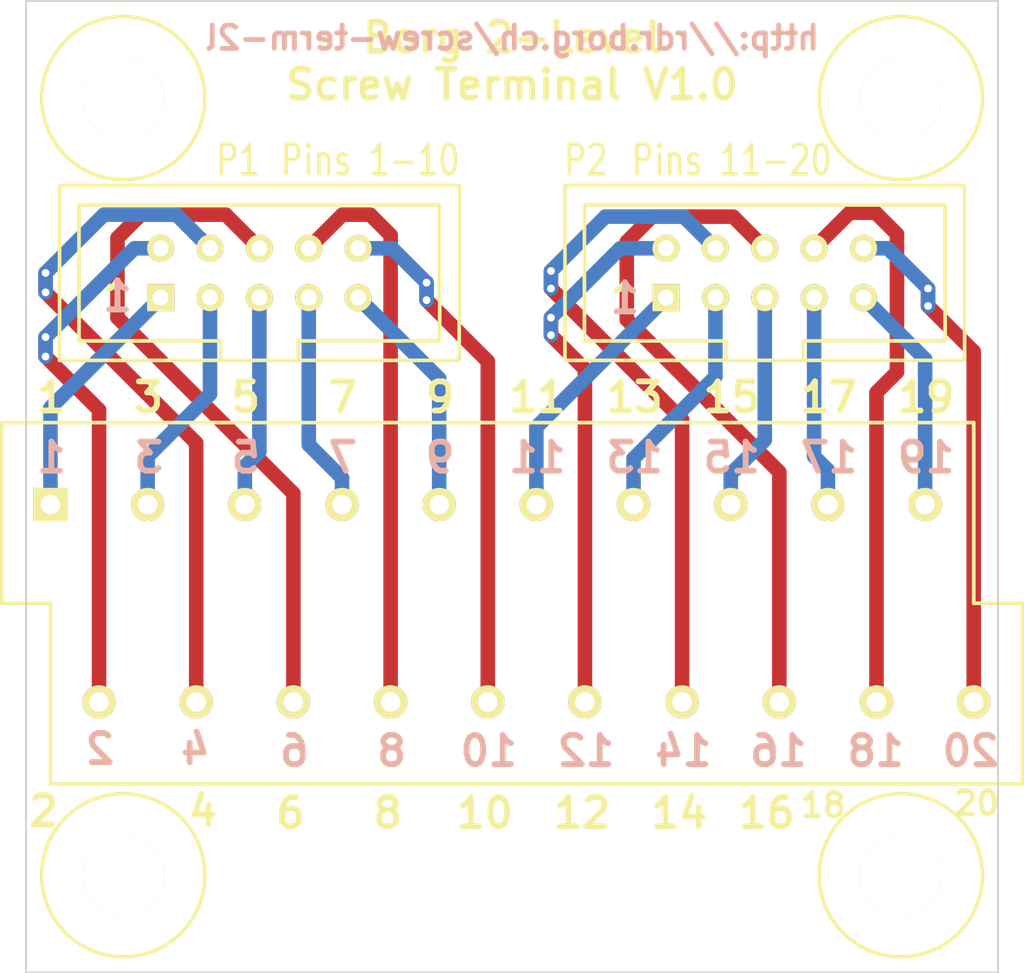
<source format=kicad_pcb>
(kicad_pcb (version 4) (host pcbnew 4.0.2+dfsg1-stable)

  (general
    (links 20)
    (no_connects 0)
    (area 48.456389 48.36745 101.543611 100.050001)
    (thickness 1.6)
    (drawings 50)
    (tracks 98)
    (zones 0)
    (modules 7)
    (nets 21)
  )

  (page A4)
  (title_block
    (title "Borg Bidi Shift Register PCB")
    (rev 1.0)
  )

  (layers
    (0 F.Cu signal)
    (31 B.Cu signal)
    (32 B.Adhes user)
    (33 F.Adhes user)
    (34 B.Paste user)
    (35 F.Paste user)
    (36 B.SilkS user)
    (37 F.SilkS user)
    (38 B.Mask user)
    (39 F.Mask user)
    (40 Dwgs.User user)
    (41 Cmts.User user)
    (42 Eco1.User user)
    (43 Eco2.User user)
    (44 Edge.Cuts user)
    (45 Margin user)
    (46 B.CrtYd user)
    (47 F.CrtYd user)
    (48 B.Fab user)
    (49 F.Fab user)
  )

  (setup
    (last_trace_width 0.75)
    (trace_clearance 0.2)
    (zone_clearance 0.508)
    (zone_45_only no)
    (trace_min 0.2)
    (segment_width 0.2)
    (edge_width 0.1)
    (via_size 0.6)
    (via_drill 0.4)
    (via_min_size 0.4)
    (via_min_drill 0.3)
    (uvia_size 0.3)
    (uvia_drill 0.1)
    (uvias_allowed no)
    (uvia_min_size 0.2)
    (uvia_min_drill 0.1)
    (pcb_text_width 0.3)
    (pcb_text_size 1.5 1.5)
    (mod_edge_width 0.15)
    (mod_text_size 1 1)
    (mod_text_width 0.15)
    (pad_size 1.5 1.5)
    (pad_drill 0.6)
    (pad_to_mask_clearance 0)
    (aux_axis_origin 0 0)
    (grid_origin 79 76.5)
    (visible_elements FFFFFF7F)
    (pcbplotparams
      (layerselection 0x010fc_80000001)
      (usegerberextensions false)
      (excludeedgelayer true)
      (linewidth 0.100000)
      (plotframeref false)
      (viasonmask false)
      (mode 1)
      (useauxorigin false)
      (hpglpennumber 1)
      (hpglpenspeed 20)
      (hpglpendiameter 15)
      (hpglpenoverlay 2)
      (psnegative false)
      (psa4output false)
      (plotreference true)
      (plotvalue true)
      (plotinvisibletext false)
      (padsonsilk false)
      (subtractmaskfromsilk false)
      (outputformat 1)
      (mirror false)
      (drillshape 0)
      (scaleselection 1)
      (outputdirectory production))
  )

  (net 0 "")
  (net 1 "Net-(P1-Pad1)")
  (net 2 "Net-(P1-Pad3)")
  (net 3 "Net-(P1-Pad5)")
  (net 4 "Net-(P1-Pad7)")
  (net 5 "Net-(P1-Pad9)")
  (net 6 "Net-(P1-Pad2)")
  (net 7 "Net-(P1-Pad4)")
  (net 8 "Net-(P1-Pad6)")
  (net 9 "Net-(P1-Pad8)")
  (net 10 "Net-(P1-Pad10)")
  (net 11 "Net-(P2-Pad1)")
  (net 12 "Net-(P2-Pad3)")
  (net 13 "Net-(P2-Pad5)")
  (net 14 "Net-(P2-Pad7)")
  (net 15 "Net-(P2-Pad9)")
  (net 16 "Net-(P2-Pad2)")
  (net 17 "Net-(P2-Pad4)")
  (net 18 "Net-(P2-Pad6)")
  (net 19 "Net-(P2-Pad8)")
  (net 20 "Net-(P2-Pad10)")

  (net_class Default "This is the default net class."
    (clearance 0.2)
    (trace_width 0.75)
    (via_dia 0.6)
    (via_drill 0.4)
    (uvia_dia 0.3)
    (uvia_drill 0.1)
    (add_net "Net-(P1-Pad1)")
    (add_net "Net-(P1-Pad10)")
    (add_net "Net-(P1-Pad2)")
    (add_net "Net-(P1-Pad3)")
    (add_net "Net-(P1-Pad4)")
    (add_net "Net-(P1-Pad5)")
    (add_net "Net-(P1-Pad6)")
    (add_net "Net-(P1-Pad7)")
    (add_net "Net-(P1-Pad8)")
    (add_net "Net-(P1-Pad9)")
    (add_net "Net-(P2-Pad1)")
    (add_net "Net-(P2-Pad10)")
    (add_net "Net-(P2-Pad2)")
    (add_net "Net-(P2-Pad3)")
    (add_net "Net-(P2-Pad4)")
    (add_net "Net-(P2-Pad5)")
    (add_net "Net-(P2-Pad6)")
    (add_net "Net-(P2-Pad7)")
    (add_net "Net-(P2-Pad8)")
    (add_net "Net-(P2-Pad9)")
  )

  (module mech_gen:HOLE_4_2MM_8_4 (layer F.Cu) (tedit 579DC510) (tstamp 579D802B)
    (at 55 55)
    (descr "Module HOLE_4_2MM_8_4, hole 4.200000MM, space 8.400000")
    (path /57ED1F73)
    (fp_text reference M1 (at 0 -5.08) (layer F.SilkS) hide
      (effects (font (size 1.524 1.143) (thickness 0.1905)))
    )
    (fp_text value HOLE (at 0 0) (layer F.SilkS) hide
      (effects (font (thickness 0.15)))
    )
    (fp_circle (center 0 0) (end 4.19862 0) (layer F.SilkS) (width 0.1905))
    (pad "" np_thru_hole circle (at 0 0) (size 4.19862 4.19862) (drill 4.19862) (layers *.Cu *.SilkS *.Mask))
  )

  (module mech_gen:HOLE_4_2MM_8_4 (layer F.Cu) (tedit 579DC515) (tstamp 579D8031)
    (at 95 55)
    (descr "Module HOLE_4_2MM_8_4, hole 4.200000MM, space 8.400000")
    (path /57ED1FAA)
    (fp_text reference M2 (at 0 -5.08) (layer F.SilkS) hide
      (effects (font (size 1.524 1.143) (thickness 0.1905)))
    )
    (fp_text value HOLE (at 0 0) (layer F.SilkS) hide
      (effects (font (thickness 0.15)))
    )
    (fp_circle (center 0 0) (end 4.19862 0) (layer F.SilkS) (width 0.1905))
    (pad "" np_thru_hole circle (at 0 0) (size 4.19862 4.19862) (drill 4.19862) (layers *.Cu *.SilkS *.Mask))
  )

  (module mech_gen:HOLE_4_2MM_8_4 (layer F.Cu) (tedit 579DC520) (tstamp 579D8037)
    (at 55 95)
    (descr "Module HOLE_4_2MM_8_4, hole 4.200000MM, space 8.400000")
    (path /57ED1FD2)
    (fp_text reference M3 (at 0 -5.08) (layer F.SilkS) hide
      (effects (font (size 1.524 1.143) (thickness 0.1905)))
    )
    (fp_text value HOLE (at 0 0) (layer F.SilkS) hide
      (effects (font (thickness 0.15)))
    )
    (fp_circle (center 0 0) (end 4.19862 0) (layer F.SilkS) (width 0.1905))
    (pad "" np_thru_hole circle (at 0 0) (size 4.19862 4.19862) (drill 4.19862) (layers *.Cu *.SilkS *.Mask))
  )

  (module mech_gen:HOLE_4_2MM_8_4 (layer F.Cu) (tedit 579DC51B) (tstamp 579D803D)
    (at 95 95)
    (descr "Module HOLE_4_2MM_8_4, hole 4.200000MM, space 8.400000")
    (path /57ED1FD8)
    (fp_text reference M4 (at 0 -5.08) (layer F.SilkS) hide
      (effects (font (size 1.524 1.143) (thickness 0.1905)))
    )
    (fp_text value HOLE (at 0 0) (layer F.SilkS) hide
      (effects (font (thickness 0.15)))
    )
    (fp_circle (center 0 0) (end 4.19862 0) (layer F.SilkS) (width 0.1905))
    (pad "" np_thru_hole circle (at 0 0) (size 4.19862 4.19862) (drill 4.19862) (layers *.Cu *.SilkS *.Mask))
  )

  (module p_gen_conn:P_10_IDC (layer F.Cu) (tedit 57F08D88) (tstamp 57F08843)
    (at 62 64)
    (descr "Module P_10_IDC, IDC connector, 10 pins")
    (path /57ED1BB4)
    (fp_text reference P1 (at -1.1 -5.8) (layer F.SilkS)
      (effects (font (size 1.524 1.143) (thickness 0.1905)))
    )
    (fp_text value "Pins 1-10" (at 5.7 -5.8) (layer F.SilkS)
      (effects (font (size 1.524 1.143) (thickness 0.1905)))
    )
    (fp_line (start -10.27938 4.49834) (end 10.27938 4.49834) (layer F.SilkS) (width 0.1905))
    (fp_line (start 10.27938 4.49834) (end 10.27938 -4.49834) (layer F.SilkS) (width 0.1905))
    (fp_line (start 10.27938 -4.49834) (end -10.27938 -4.49834) (layer F.SilkS) (width 0.1905))
    (fp_line (start -10.27938 -4.49834) (end -10.27938 4.49834) (layer F.SilkS) (width 0.1905))
    (fp_line (start 1.99898 4.49834) (end 1.99898 3.49758) (layer F.SilkS) (width 0.1905))
    (fp_line (start 1.99898 3.49758) (end 9.27862 3.49758) (layer F.SilkS) (width 0.1905))
    (fp_line (start 9.27862 3.49758) (end 9.27862 -3.49758) (layer F.SilkS) (width 0.1905))
    (fp_line (start 9.27862 -3.49758) (end -9.27862 -3.49758) (layer F.SilkS) (width 0.1905))
    (fp_line (start -9.27862 -3.49758) (end -9.27862 3.49758) (layer F.SilkS) (width 0.1905))
    (fp_line (start -9.27862 3.49758) (end -1.99898 3.49758) (layer F.SilkS) (width 0.1905))
    (fp_line (start -1.99898 3.49758) (end -1.99898 4.49834) (layer F.SilkS) (width 0.1905))
    (pad 1 thru_hole rect (at -5.08 1.27) (size 1.397 1.397) (drill 0.8128) (layers *.Cu *.Mask F.SilkS)
      (net 1 "Net-(P1-Pad1)"))
    (pad 3 thru_hole circle (at -2.54 1.27) (size 1.397 1.397) (drill 0.8128) (layers *.Cu *.Mask F.SilkS)
      (net 2 "Net-(P1-Pad3)"))
    (pad 5 thru_hole circle (at 0 1.27) (size 1.397 1.397) (drill 0.8128) (layers *.Cu *.Mask F.SilkS)
      (net 3 "Net-(P1-Pad5)"))
    (pad 7 thru_hole circle (at 2.54 1.27) (size 1.397 1.397) (drill 0.8128) (layers *.Cu *.Mask F.SilkS)
      (net 4 "Net-(P1-Pad7)"))
    (pad 9 thru_hole circle (at 5.08 1.27) (size 1.397 1.397) (drill 0.8128) (layers *.Cu *.Mask F.SilkS)
      (net 5 "Net-(P1-Pad9)"))
    (pad 2 thru_hole circle (at -5.08 -1.27) (size 1.397 1.397) (drill 0.8128) (layers *.Cu *.Mask F.SilkS)
      (net 6 "Net-(P1-Pad2)"))
    (pad 4 thru_hole circle (at -2.54 -1.27) (size 1.397 1.397) (drill 0.8128) (layers *.Cu *.Mask F.SilkS)
      (net 7 "Net-(P1-Pad4)"))
    (pad 6 thru_hole circle (at 0 -1.27) (size 1.397 1.397) (drill 0.8128) (layers *.Cu *.Mask F.SilkS)
      (net 8 "Net-(P1-Pad6)"))
    (pad 8 thru_hole circle (at 2.54 -1.27) (size 1.397 1.397) (drill 0.8128) (layers *.Cu *.Mask F.SilkS)
      (net 9 "Net-(P1-Pad8)"))
    (pad 10 thru_hole circle (at 5.08 -1.27) (size 1.397 1.397) (drill 0.8128) (layers *.Cu *.Mask F.SilkS)
      (net 10 "Net-(P1-Pad10)"))
  )

  (module p_gen_conn:P_10_IDC (layer F.Cu) (tedit 57F08D75) (tstamp 57F0885C)
    (at 88 64)
    (descr "Module P_10_IDC, IDC connector, 10 pins")
    (path /57ED1E50)
    (fp_text reference P2 (at -9.2 -5.8) (layer F.SilkS)
      (effects (font (size 1.524 1.143) (thickness 0.1905)))
    )
    (fp_text value "Pins 11-20" (at -1.7 -5.8) (layer F.SilkS)
      (effects (font (size 1.524 1.143) (thickness 0.1905)))
    )
    (fp_line (start -10.27938 4.49834) (end 10.27938 4.49834) (layer F.SilkS) (width 0.1905))
    (fp_line (start 10.27938 4.49834) (end 10.27938 -4.49834) (layer F.SilkS) (width 0.1905))
    (fp_line (start 10.27938 -4.49834) (end -10.27938 -4.49834) (layer F.SilkS) (width 0.1905))
    (fp_line (start -10.27938 -4.49834) (end -10.27938 4.49834) (layer F.SilkS) (width 0.1905))
    (fp_line (start 1.99898 4.49834) (end 1.99898 3.49758) (layer F.SilkS) (width 0.1905))
    (fp_line (start 1.99898 3.49758) (end 9.27862 3.49758) (layer F.SilkS) (width 0.1905))
    (fp_line (start 9.27862 3.49758) (end 9.27862 -3.49758) (layer F.SilkS) (width 0.1905))
    (fp_line (start 9.27862 -3.49758) (end -9.27862 -3.49758) (layer F.SilkS) (width 0.1905))
    (fp_line (start -9.27862 -3.49758) (end -9.27862 3.49758) (layer F.SilkS) (width 0.1905))
    (fp_line (start -9.27862 3.49758) (end -1.99898 3.49758) (layer F.SilkS) (width 0.1905))
    (fp_line (start -1.99898 3.49758) (end -1.99898 4.49834) (layer F.SilkS) (width 0.1905))
    (pad 1 thru_hole rect (at -5.08 1.27) (size 1.397 1.397) (drill 0.8128) (layers *.Cu *.Mask F.SilkS)
      (net 11 "Net-(P2-Pad1)"))
    (pad 3 thru_hole circle (at -2.54 1.27) (size 1.397 1.397) (drill 0.8128) (layers *.Cu *.Mask F.SilkS)
      (net 12 "Net-(P2-Pad3)"))
    (pad 5 thru_hole circle (at 0 1.27) (size 1.397 1.397) (drill 0.8128) (layers *.Cu *.Mask F.SilkS)
      (net 13 "Net-(P2-Pad5)"))
    (pad 7 thru_hole circle (at 2.54 1.27) (size 1.397 1.397) (drill 0.8128) (layers *.Cu *.Mask F.SilkS)
      (net 14 "Net-(P2-Pad7)"))
    (pad 9 thru_hole circle (at 5.08 1.27) (size 1.397 1.397) (drill 0.8128) (layers *.Cu *.Mask F.SilkS)
      (net 15 "Net-(P2-Pad9)"))
    (pad 2 thru_hole circle (at -5.08 -1.27) (size 1.397 1.397) (drill 0.8128) (layers *.Cu *.Mask F.SilkS)
      (net 16 "Net-(P2-Pad2)"))
    (pad 4 thru_hole circle (at -2.54 -1.27) (size 1.397 1.397) (drill 0.8128) (layers *.Cu *.Mask F.SilkS)
      (net 17 "Net-(P2-Pad4)"))
    (pad 6 thru_hole circle (at 0 -1.27) (size 1.397 1.397) (drill 0.8128) (layers *.Cu *.Mask F.SilkS)
      (net 18 "Net-(P2-Pad6)"))
    (pad 8 thru_hole circle (at 2.54 -1.27) (size 1.397 1.397) (drill 0.8128) (layers *.Cu *.Mask F.SilkS)
      (net 19 "Net-(P2-Pad8)"))
    (pad 10 thru_hole circle (at 5.08 -1.27) (size 1.397 1.397) (drill 0.8128) (layers *.Cu *.Mask F.SilkS)
      (net 20 "Net-(P2-Pad10)"))
  )

  (module p_gen_conn:P_20_SCRTERM_2L_5MM (layer F.Cu) (tedit 57F08968) (tstamp 57F0887C)
    (at 75 81)
    (descr "Module P_20_SCRTERM_2L_5MM, 2 level screw terminal 20 pins 5mm")
    (path /57F08639)
    (fp_text reference P3 (at -5.398 12.772) (layer F.SilkS) hide
      (effects (font (size 1.524 1.143) (thickness 0.1905)))
    )
    (fp_text value "Screw Term" (at 1.968 12.772) (layer F.SilkS) hide
      (effects (font (size 1.524 1.143) (thickness 0.1905)))
    )
    (fp_line (start -26.24836 -9.29894) (end 23.749 -9.29894) (layer F.SilkS) (width 0.1905))
    (fp_line (start 23.749 -9.29894) (end 23.749 0) (layer F.SilkS) (width 0.1905))
    (fp_line (start 23.749 0) (end 26.24836 0) (layer F.SilkS) (width 0.1905))
    (fp_line (start 26.24836 0) (end 26.24836 9.29894) (layer F.SilkS) (width 0.1905))
    (fp_line (start 26.24836 9.29894) (end -23.749 9.29894) (layer F.SilkS) (width 0.1905))
    (fp_line (start -23.749 9.29894) (end -23.749 0) (layer F.SilkS) (width 0.1905))
    (fp_line (start -23.749 0) (end -26.24836 0) (layer F.SilkS) (width 0.1905))
    (fp_line (start -26.24836 0) (end -26.24836 -9.29894) (layer F.SilkS) (width 0.1905))
    (pad 1 thru_hole rect (at -23.749 -5.08) (size 1.71958 1.71958) (drill 0.99822) (layers *.Cu *.Mask F.SilkS)
      (net 1 "Net-(P1-Pad1)"))
    (pad 2 thru_hole circle (at -21.24964 5.08) (size 1.71958 1.71958) (drill 0.99822) (layers *.Cu *.Mask F.SilkS)
      (net 6 "Net-(P1-Pad2)"))
    (pad 3 thru_hole circle (at -18.74774 -5.08) (size 1.71958 1.71958) (drill 0.99822) (layers *.Cu *.Mask F.SilkS)
      (net 2 "Net-(P1-Pad3)"))
    (pad 4 thru_hole circle (at -16.24838 5.08) (size 1.71958 1.71958) (drill 0.99822) (layers *.Cu *.Mask F.SilkS)
      (net 7 "Net-(P1-Pad4)"))
    (pad 5 thru_hole circle (at -13.74902 -5.08) (size 1.71958 1.71958) (drill 0.99822) (layers *.Cu *.Mask F.SilkS)
      (net 3 "Net-(P1-Pad5)"))
    (pad 6 thru_hole circle (at -11.24966 5.08) (size 1.71958 1.71958) (drill 0.99822) (layers *.Cu *.Mask F.SilkS)
      (net 8 "Net-(P1-Pad6)"))
    (pad 7 thru_hole circle (at -8.74776 -5.08) (size 1.71958 1.71958) (drill 0.99822) (layers *.Cu *.Mask F.SilkS)
      (net 4 "Net-(P1-Pad7)"))
    (pad 8 thru_hole circle (at -6.2484 5.08) (size 1.71958 1.71958) (drill 0.99822) (layers *.Cu *.Mask F.SilkS)
      (net 9 "Net-(P1-Pad8)"))
    (pad 9 thru_hole circle (at -3.74904 -5.08) (size 1.71958 1.71958) (drill 0.99822) (layers *.Cu *.Mask F.SilkS)
      (net 5 "Net-(P1-Pad9)"))
    (pad 10 thru_hole circle (at -1.24968 5.08) (size 1.71958 1.71958) (drill 0.99822) (layers *.Cu *.Mask F.SilkS)
      (net 10 "Net-(P1-Pad10)"))
    (pad 11 thru_hole circle (at 1.24968 -5.08) (size 1.71958 1.71958) (drill 0.99822) (layers *.Cu *.Mask F.SilkS)
      (net 11 "Net-(P2-Pad1)"))
    (pad 12 thru_hole circle (at 3.74904 5.08) (size 1.71958 1.71958) (drill 0.99822) (layers *.Cu *.Mask F.SilkS)
      (net 16 "Net-(P2-Pad2)"))
    (pad 13 thru_hole circle (at 6.2484 -5.08) (size 1.71958 1.71958) (drill 0.99822) (layers *.Cu *.Mask F.SilkS)
      (net 12 "Net-(P2-Pad3)"))
    (pad 14 thru_hole circle (at 8.74776 5.08) (size 1.71958 1.71958) (drill 0.99822) (layers *.Cu *.Mask F.SilkS)
      (net 17 "Net-(P2-Pad4)"))
    (pad 15 thru_hole circle (at 11.24966 -5.08) (size 1.71958 1.71958) (drill 0.99822) (layers *.Cu *.Mask F.SilkS)
      (net 13 "Net-(P2-Pad5)"))
    (pad 16 thru_hole circle (at 13.74902 5.08) (size 1.71958 1.71958) (drill 0.99822) (layers *.Cu *.Mask F.SilkS)
      (net 18 "Net-(P2-Pad6)"))
    (pad 17 thru_hole circle (at 16.24838 -5.08) (size 1.71958 1.71958) (drill 0.99822) (layers *.Cu *.Mask F.SilkS)
      (net 14 "Net-(P2-Pad7)"))
    (pad 18 thru_hole circle (at 18.74774 5.08) (size 1.71958 1.71958) (drill 0.99822) (layers *.Cu *.Mask F.SilkS)
      (net 19 "Net-(P2-Pad8)"))
    (pad 19 thru_hole circle (at 21.24964 -5.08) (size 1.71958 1.71958) (drill 0.99822) (layers *.Cu *.Mask F.SilkS)
      (net 15 "Net-(P2-Pad9)"))
    (pad 20 thru_hole circle (at 23.749 5.08) (size 1.71958 1.71958) (drill 0.99822) (layers *.Cu *.Mask F.SilkS)
      (net 20 "Net-(P2-Pad10)"))
  )

  (gr_text http://rdr.borg.ch/screw-term-2l (at 75 51.9) (layer B.SilkS)
    (effects (font (size 1.2 1.2) (thickness 0.25)) (justify mirror))
  )
  (gr_text "Borg 2-Level\nScrew Terminal V1.0" (at 75 53.1) (layer F.SilkS)
    (effects (font (size 1.5 1.5) (thickness 0.3)))
  )
  (gr_text 1 (at 80.8 65.3) (layer F.SilkS)
    (effects (font (size 1.5 1.5) (thickness 0.3)))
  )
  (gr_text 1 (at 54.7 65.2) (layer F.SilkS)
    (effects (font (size 1.5 1.5) (thickness 0.3)))
  )
  (gr_text 1 (at 80.8 65.3) (layer B.SilkS)
    (effects (font (size 1.5 1.5) (thickness 0.3)) (justify mirror))
  )
  (gr_text 1 (at 54.7 65.2) (layer B.SilkS)
    (effects (font (size 1.5 1.5) (thickness 0.3)) (justify mirror))
  )
  (gr_text 2 (at 53.8 88.5) (layer B.SilkS) (tstamp 57F08AD7)
    (effects (font (size 1.5 1.5) (thickness 0.3)) (justify mirror))
  )
  (gr_text 4 (at 58.7 88.5) (layer B.SilkS) (tstamp 57F08AD6)
    (effects (font (size 1.5 1.5) (thickness 0.3)) (justify mirror))
  )
  (gr_text 8 (at 68.8 88.6) (layer B.SilkS) (tstamp 57F08AD5)
    (effects (font (size 1.5 1.5) (thickness 0.3)) (justify mirror))
  )
  (gr_text 6 (at 63.8 88.6) (layer B.SilkS) (tstamp 57F08AD4)
    (effects (font (size 1.5 1.5) (thickness 0.3)) (justify mirror))
  )
  (gr_text 10 (at 73.8 88.6) (layer B.SilkS) (tstamp 57F08AD3)
    (effects (font (size 1.5 1.5) (thickness 0.3)) (justify mirror))
  )
  (gr_text 20 (at 98.6 88.6) (layer B.SilkS) (tstamp 57F08AD2)
    (effects (font (size 1.5 1.5) (thickness 0.3)) (justify mirror))
  )
  (gr_text 16 (at 88.7 88.6) (layer B.SilkS) (tstamp 57F08AD1)
    (effects (font (size 1.5 1.5) (thickness 0.3)) (justify mirror))
  )
  (gr_text 18 (at 93.7 88.6) (layer B.SilkS) (tstamp 57F08AD0)
    (effects (font (size 1.5 1.5) (thickness 0.3)) (justify mirror))
  )
  (gr_text 14 (at 83.8 88.6) (layer B.SilkS) (tstamp 57F08ACF)
    (effects (font (size 1.5 1.5) (thickness 0.3)) (justify mirror))
  )
  (gr_text 12 (at 78.8 88.6) (layer B.SilkS) (tstamp 57F08ACE)
    (effects (font (size 1.5 1.5) (thickness 0.3)) (justify mirror))
  )
  (gr_text 1 (at 51.3 73.5) (layer B.SilkS) (tstamp 57F08ACD)
    (effects (font (size 1.5 1.5) (thickness 0.3)) (justify mirror))
  )
  (gr_text 3 (at 56.3 73.5) (layer B.SilkS) (tstamp 57F08ACC)
    (effects (font (size 1.5 1.5) (thickness 0.3)) (justify mirror))
  )
  (gr_text 7 (at 66.3 73.5) (layer B.SilkS) (tstamp 57F08ACB)
    (effects (font (size 1.5 1.5) (thickness 0.3)) (justify mirror))
  )
  (gr_text 5 (at 61.3 73.5) (layer B.SilkS) (tstamp 57F08ACA)
    (effects (font (size 1.5 1.5) (thickness 0.3)) (justify mirror))
  )
  (gr_text 9 (at 71.3 73.5) (layer B.SilkS) (tstamp 57F08AC9)
    (effects (font (size 1.5 1.5) (thickness 0.3)) (justify mirror))
  )
  (gr_text 19 (at 96.3 73.5) (layer B.SilkS) (tstamp 57F08AC8)
    (effects (font (size 1.5 1.5) (thickness 0.3)) (justify mirror))
  )
  (gr_text 15 (at 86.3 73.5) (layer B.SilkS) (tstamp 57F08AC7)
    (effects (font (size 1.5 1.5) (thickness 0.3)) (justify mirror))
  )
  (gr_text 17 (at 91.3 73.5) (layer B.SilkS) (tstamp 57F08AC6)
    (effects (font (size 1.5 1.5) (thickness 0.3)) (justify mirror))
  )
  (gr_text 13 (at 81.3 73.5) (layer B.SilkS) (tstamp 57F08AC5)
    (effects (font (size 1.5 1.5) (thickness 0.3)) (justify mirror))
  )
  (gr_text 11 (at 76.3 73.5) (layer B.SilkS) (tstamp 57F08AC4)
    (effects (font (size 1.5 1.5) (thickness 0.3)) (justify mirror))
  )
  (gr_text 11 (at 76.3 70.4) (layer F.SilkS) (tstamp 57F08A55)
    (effects (font (size 1.5 1.5) (thickness 0.3)))
  )
  (gr_text 12 (at 78.6 91.8) (layer F.SilkS) (tstamp 57F08A54)
    (effects (font (size 1.5 1.5) (thickness 0.3)))
  )
  (gr_text 14 (at 83.6 91.8) (layer F.SilkS) (tstamp 57F08A53)
    (effects (font (size 1.5 1.5) (thickness 0.3)))
  )
  (gr_text 13 (at 81.3 70.4) (layer F.SilkS) (tstamp 57F08A52)
    (effects (font (size 1.5 1.5) (thickness 0.3)))
  )
  (gr_text 17 (at 91.3 70.4) (layer F.SilkS) (tstamp 57F08A51)
    (effects (font (size 1.5 1.5) (thickness 0.3)))
  )
  (gr_text 18 (at 91 91.4) (layer F.SilkS) (tstamp 57F08A50)
    (effects (font (size 1.2 1.2) (thickness 0.25)))
  )
  (gr_text 16 (at 88.1 91.8) (layer F.SilkS) (tstamp 57F08A4F)
    (effects (font (size 1.5 1.5) (thickness 0.3)))
  )
  (gr_text 15 (at 86.3 70.4) (layer F.SilkS) (tstamp 57F08A4E)
    (effects (font (size 1.5 1.5) (thickness 0.3)))
  )
  (gr_text 20 (at 98.9 91.3) (layer F.SilkS) (tstamp 57F08A4D)
    (effects (font (size 1.2 1.2) (thickness 0.25)))
  )
  (gr_text 19 (at 96.3 70.4) (layer F.SilkS) (tstamp 57F08A4C)
    (effects (font (size 1.5 1.5) (thickness 0.3)))
  )
  (gr_text 9 (at 71.3 70.4) (layer F.SilkS) (tstamp 57F08A35)
    (effects (font (size 1.5 1.5) (thickness 0.3)))
  )
  (gr_text 10 (at 73.6 91.8) (layer F.SilkS) (tstamp 57F08A34)
    (effects (font (size 1.5 1.5) (thickness 0.3)))
  )
  (gr_text 5 (at 61.3 70.4) (layer F.SilkS) (tstamp 57F08A2D)
    (effects (font (size 1.5 1.5) (thickness 0.3)))
  )
  (gr_text 6 (at 63.6 91.8) (layer F.SilkS) (tstamp 57F08A2C)
    (effects (font (size 1.5 1.5) (thickness 0.3)))
  )
  (gr_text 8 (at 68.6 91.8) (layer F.SilkS) (tstamp 57F08A2B)
    (effects (font (size 1.5 1.5) (thickness 0.3)))
  )
  (gr_text 7 (at 66.3 70.4) (layer F.SilkS) (tstamp 57F08A2A)
    (effects (font (size 1.5 1.5) (thickness 0.3)))
  )
  (gr_text 3 (at 56.3 70.4) (layer F.SilkS) (tstamp 57F08A29)
    (effects (font (size 1.5 1.5) (thickness 0.3)))
  )
  (gr_text 4 (at 59.1 91.7) (layer F.SilkS) (tstamp 57F08A28)
    (effects (font (size 1.5 1.5) (thickness 0.3)))
  )
  (gr_text 2 (at 50.9 91.7) (layer F.SilkS) (tstamp 57F08A24)
    (effects (font (size 1.5 1.5) (thickness 0.3)))
  )
  (gr_text 1 (at 51.3 70.4) (layer F.SilkS)
    (effects (font (size 1.5 1.5) (thickness 0.3)))
  )
  (gr_line (start 50 100) (end 50 50) (angle 90) (layer Edge.Cuts) (width 0.1))
  (gr_line (start 100 100) (end 50 100) (angle 90) (layer Edge.Cuts) (width 0.1))
  (gr_line (start 100 50) (end 100 100) (angle 90) (layer Edge.Cuts) (width 0.1))
  (gr_line (start 50 50) (end 100 50) (angle 90) (layer Edge.Cuts) (width 0.1))

  (segment (start 56.92 65.27) (end 51.251 70.939) (width 0.75) (layer B.Cu) (net 1))
  (segment (start 51.251 70.939) (end 51.251 75.92) (width 0.75) (layer B.Cu) (net 1) (tstamp 57F08B3E))
  (segment (start 59.46 65.27) (end 59.46 70.24) (width 0.75) (layer B.Cu) (net 2))
  (segment (start 56.25226 73.44774) (end 56.25226 75.92) (width 0.75) (layer B.Cu) (net 2) (tstamp 57F08B07))
  (segment (start 59.46 70.24) (end 56.25226 73.44774) (width 0.75) (layer B.Cu) (net 2) (tstamp 57F08B06))
  (segment (start 62 65.27) (end 62 73.2) (width 0.75) (layer B.Cu) (net 3))
  (segment (start 61.25098 73.94902) (end 61.25098 75.92) (width 0.75) (layer B.Cu) (net 3) (tstamp 57F08B43))
  (segment (start 62 73.2) (end 61.25098 73.94902) (width 0.75) (layer B.Cu) (net 3) (tstamp 57F08B42))
  (segment (start 64.54 65.27) (end 64.54 72.84) (width 0.75) (layer B.Cu) (net 4))
  (segment (start 66.25224 74.55224) (end 66.25224 75.92) (width 0.75) (layer B.Cu) (net 4) (tstamp 57F08B47))
  (segment (start 64.54 72.84) (end 66.25224 74.55224) (width 0.75) (layer B.Cu) (net 4) (tstamp 57F08B46))
  (segment (start 67.08 65.27) (end 71.25096 69.44096) (width 0.75) (layer B.Cu) (net 5))
  (segment (start 71.25096 69.44096) (end 71.25096 75.92) (width 0.75) (layer B.Cu) (net 5) (tstamp 57F08B4F))
  (segment (start 51 67.3) (end 55.57 62.73) (width 0.75) (layer B.Cu) (net 6))
  (segment (start 55.57 62.73) (end 56.92 62.73) (width 0.75) (layer B.Cu) (net 6) (tstamp 57F08B82))
  (segment (start 51 67.3) (end 51 68.3) (width 0.75) (layer F.Cu) (net 6))
  (segment (start 53.75036 86.08) (end 53.75036 71.05036) (width 0.75) (layer F.Cu) (net 6))
  (via (at 51 67.3) (size 0.6) (drill 0.4) (layers F.Cu B.Cu) (net 6))
  (segment (start 51 68.3) (end 51 67.3) (width 0.75) (layer B.Cu) (net 6) (tstamp 57F08B7B))
  (via (at 51 68.3) (size 0.6) (drill 0.4) (layers F.Cu B.Cu) (net 6))
  (segment (start 53.75036 71.05036) (end 51 68.3) (width 0.75) (layer F.Cu) (net 6) (tstamp 57F08B79))
  (segment (start 51 64) (end 54 61) (width 0.75) (layer B.Cu) (net 7))
  (segment (start 54 61) (end 57.73 61) (width 0.75) (layer B.Cu) (net 7) (tstamp 57F08BA1))
  (segment (start 57.73 61) (end 59.46 62.73) (width 0.75) (layer B.Cu) (net 7) (tstamp 57F08BA6))
  (segment (start 51 64) (end 51 65) (width 0.75) (layer F.Cu) (net 7))
  (segment (start 58.75162 86.08) (end 58.75162 72.75162) (width 0.75) (layer F.Cu) (net 7))
  (segment (start 58.75162 72.75162) (end 51 65) (width 0.75) (layer F.Cu) (net 7) (tstamp 57F08B85))
  (via (at 51 65) (size 0.6) (drill 0.4) (layers F.Cu B.Cu) (net 7))
  (segment (start 51 65) (end 51 64) (width 0.75) (layer B.Cu) (net 7) (tstamp 57F08B93))
  (via (at 51 64) (size 0.6) (drill 0.4) (layers F.Cu B.Cu) (net 7))
  (segment (start 63.75034 86.08) (end 63.75034 75.35034) (width 0.75) (layer F.Cu) (net 8))
  (segment (start 63.75034 75.35034) (end 54.7 66.3) (width 0.75) (layer F.Cu) (net 8) (tstamp 57F08BA9))
  (segment (start 54.7 66.3) (end 54.7 62.2) (width 0.75) (layer F.Cu) (net 8) (tstamp 57F08BAF))
  (segment (start 54.7 62.2) (end 55.9 61) (width 0.75) (layer F.Cu) (net 8) (tstamp 57F08BB2))
  (segment (start 55.9 61) (end 60.27 61) (width 0.75) (layer F.Cu) (net 8) (tstamp 57F08BB8))
  (segment (start 60.27 61) (end 62 62.73) (width 0.75) (layer F.Cu) (net 8) (tstamp 57F08BBB))
  (segment (start 68.7516 62.0516) (end 68.7516 86.08) (width 0.75) (layer F.Cu) (net 9))
  (segment (start 68.7516 62.0516) (end 67.7 61) (width 0.75) (layer F.Cu) (net 9) (tstamp 57F08BCA))
  (segment (start 67.7 61) (end 66.27 61) (width 0.75) (layer F.Cu) (net 9) (tstamp 57F08BCE))
  (segment (start 66.27 61) (end 64.54 62.73) (width 0.75) (layer F.Cu) (net 9) (tstamp 57F08BD0))
  (segment (start 70.6 64.5) (end 68.83 62.73) (width 0.75) (layer B.Cu) (net 10))
  (segment (start 68.83 62.73) (end 67.08 62.73) (width 0.75) (layer B.Cu) (net 10) (tstamp 57F08C19))
  (segment (start 73.75032 86.08) (end 73.75032 68.55032) (width 0.75) (layer F.Cu) (net 10))
  (segment (start 73.75032 68.55032) (end 70.6 65.4) (width 0.75) (layer F.Cu) (net 10) (tstamp 57F08BEB))
  (via (at 70.6 65.4) (size 0.6) (drill 0.4) (layers F.Cu B.Cu) (net 10))
  (segment (start 70.6 65.4) (end 70.6 64.5) (width 0.75) (layer B.Cu) (net 10) (tstamp 57F08C0A))
  (via (at 70.6 64.5) (size 0.6) (drill 0.4) (layers F.Cu B.Cu) (net 10))
  (segment (start 70.6 64.5) (end 70.6 65.4) (width 0.75) (layer F.Cu) (net 10) (tstamp 57F08C0D))
  (segment (start 82.92 65.27) (end 76.24968 71.94032) (width 0.75) (layer B.Cu) (net 11))
  (segment (start 76.24968 71.94032) (end 76.24968 75.92) (width 0.75) (layer B.Cu) (net 11) (tstamp 57F08B4A))
  (segment (start 85.46 65.27) (end 85.46 69.34) (width 0.75) (layer B.Cu) (net 12))
  (segment (start 81.2484 73.5516) (end 81.2484 75.92) (width 0.75) (layer B.Cu) (net 12) (tstamp 57F08B2A))
  (segment (start 85.46 69.34) (end 81.2484 73.5516) (width 0.75) (layer B.Cu) (net 12) (tstamp 57F08B28))
  (segment (start 88 65.27) (end 88 72.6) (width 0.75) (layer B.Cu) (net 13))
  (segment (start 86.24966 74.35034) (end 86.24966 75.92) (width 0.75) (layer B.Cu) (net 13) (tstamp 57F08B5C))
  (segment (start 88 72.6) (end 86.24966 74.35034) (width 0.75) (layer B.Cu) (net 13) (tstamp 57F08B5B))
  (segment (start 90.54 65.27) (end 90.54 73.44) (width 0.75) (layer B.Cu) (net 14))
  (segment (start 91.24838 74.14838) (end 91.24838 75.92) (width 0.75) (layer B.Cu) (net 14) (tstamp 57F08B58))
  (segment (start 90.54 73.44) (end 91.24838 74.14838) (width 0.75) (layer B.Cu) (net 14) (tstamp 57F08B57))
  (segment (start 93.08 65.27) (end 96.24964 68.43964) (width 0.75) (layer B.Cu) (net 15))
  (segment (start 96.24964 68.43964) (end 96.24964 75.92) (width 0.75) (layer B.Cu) (net 15) (tstamp 57F08B53))
  (segment (start 77 66.3) (end 80.57 62.73) (width 0.75) (layer B.Cu) (net 16))
  (segment (start 80.57 62.73) (end 82.92 62.73) (width 0.75) (layer B.Cu) (net 16) (tstamp 57F08C5D))
  (segment (start 78.74904 86.08) (end 78.74904 68.94904) (width 0.75) (layer F.Cu) (net 16))
  (segment (start 78.74904 68.94904) (end 77 67.2) (width 0.75) (layer F.Cu) (net 16) (tstamp 57F08C3D))
  (via (at 77 67.2) (size 0.6) (drill 0.4) (layers F.Cu B.Cu) (net 16))
  (segment (start 77 67.2) (end 77 66.3) (width 0.75) (layer B.Cu) (net 16) (tstamp 57F08C4F))
  (via (at 77 66.3) (size 0.6) (drill 0.4) (layers F.Cu B.Cu) (net 16))
  (segment (start 77 66.3) (end 77 67.2) (width 0.75) (layer F.Cu) (net 16) (tstamp 57F08C56))
  (segment (start 77 63.9) (end 79.8 61.1) (width 0.75) (layer B.Cu) (net 17))
  (segment (start 79.8 61.1) (end 83.83 61.1) (width 0.75) (layer B.Cu) (net 17) (tstamp 57F08C80))
  (segment (start 83.83 61.1) (end 85.46 62.73) (width 0.75) (layer B.Cu) (net 17) (tstamp 57F08C86))
  (segment (start 83.74776 86.08) (end 83.74776 71.54776) (width 0.75) (layer F.Cu) (net 17))
  (segment (start 83.74776 71.54776) (end 77 64.8) (width 0.75) (layer F.Cu) (net 17) (tstamp 57F08C64))
  (via (at 77 64.8) (size 0.6) (drill 0.4) (layers F.Cu B.Cu) (net 17))
  (segment (start 77 64.8) (end 77 63.9) (width 0.75) (layer B.Cu) (net 17) (tstamp 57F08C75))
  (via (at 77 63.9) (size 0.6) (drill 0.4) (layers F.Cu B.Cu) (net 17))
  (segment (start 77 63.9) (end 77 64.8) (width 0.75) (layer F.Cu) (net 17) (tstamp 57F08C7A))
  (segment (start 88.74902 86.08) (end 88.74902 74.24902) (width 0.75) (layer F.Cu) (net 18))
  (segment (start 88.74902 74.24902) (end 80.9 66.4) (width 0.75) (layer F.Cu) (net 18) (tstamp 57F08C8C))
  (segment (start 80.9 66.4) (end 80.9 62.4) (width 0.75) (layer F.Cu) (net 18) (tstamp 57F08C94))
  (segment (start 80.9 62.4) (end 82.2 61.1) (width 0.75) (layer F.Cu) (net 18) (tstamp 57F08C97))
  (segment (start 82.2 61.1) (end 86.37 61.1) (width 0.75) (layer F.Cu) (net 18) (tstamp 57F08C9B))
  (segment (start 86.37 61.1) (end 88 62.73) (width 0.75) (layer F.Cu) (net 18) (tstamp 57F08C9C))
  (segment (start 93.74774 86.08) (end 93.74774 70.15226) (width 0.75) (layer F.Cu) (net 19))
  (segment (start 93.74774 70.15226) (end 94.8 69.1) (width 0.75) (layer F.Cu) (net 19) (tstamp 57F08CA7))
  (segment (start 94.8 69.1) (end 94.8 62) (width 0.75) (layer F.Cu) (net 19) (tstamp 57F08CAD))
  (segment (start 94.8 62) (end 93.7 60.9) (width 0.75) (layer F.Cu) (net 19) (tstamp 57F08CAE))
  (segment (start 93.7 60.9) (end 92.37 60.9) (width 0.75) (layer F.Cu) (net 19) (tstamp 57F08CB1))
  (segment (start 92.37 60.9) (end 90.54 62.73) (width 0.75) (layer F.Cu) (net 19) (tstamp 57F08CB2))
  (segment (start 96.4 64.8) (end 94.33 62.73) (width 0.75) (layer B.Cu) (net 20))
  (segment (start 94.33 62.73) (end 93.08 62.73) (width 0.75) (layer B.Cu) (net 20) (tstamp 57F08CC8))
  (segment (start 98.749 86.08) (end 98.749 68.049) (width 0.75) (layer F.Cu) (net 20))
  (segment (start 98.749 68.049) (end 96.4 65.7) (width 0.75) (layer F.Cu) (net 20) (tstamp 57F08CB5))
  (via (at 96.4 65.7) (size 0.6) (drill 0.4) (layers F.Cu B.Cu) (net 20))
  (segment (start 96.4 65.7) (end 96.4 64.8) (width 0.75) (layer B.Cu) (net 20) (tstamp 57F08CC1))
  (via (at 96.4 64.8) (size 0.6) (drill 0.4) (layers F.Cu B.Cu) (net 20))
  (segment (start 96.4 64.8) (end 96.4 65.7) (width 0.75) (layer F.Cu) (net 20) (tstamp 57F08CC5))

)

</source>
